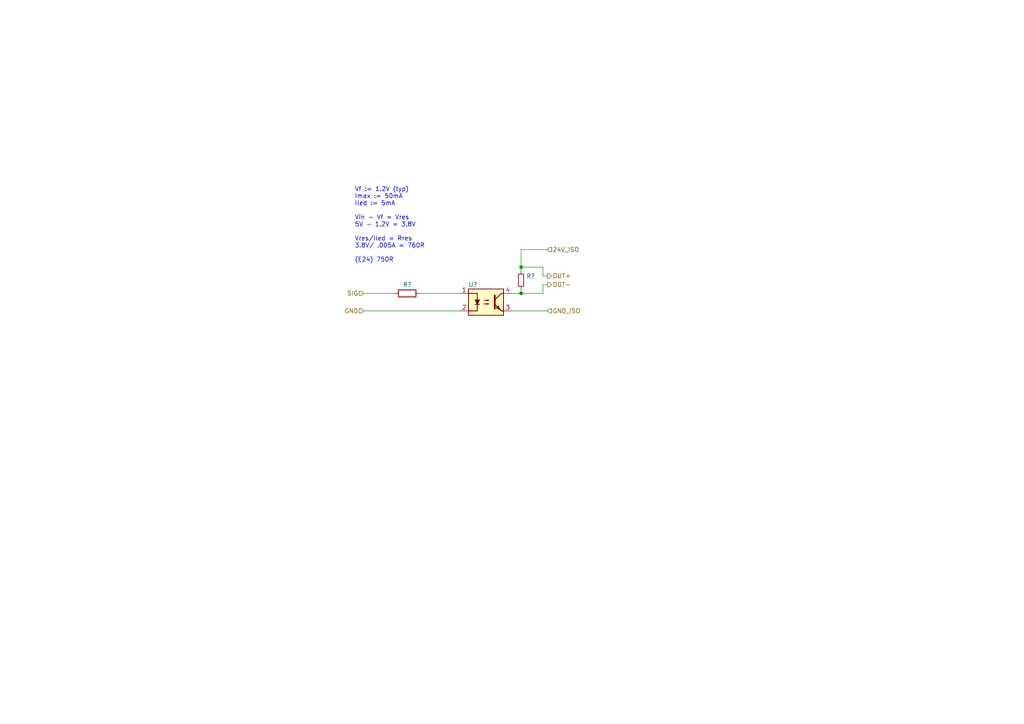
<source format=kicad_sch>
(kicad_sch (version 20211123) (generator eeschema)
  (paper "A4")
  (lib_symbols
    (symbol "Device:R" (pin_numbers hide) (pin_names (offset 0))
      (property "Reference" "R" (at 2.032 0 90))
      (property "Value" "R" (at 0 0 90))
      (symbol "R_0_1"
        (rectangle (start -1.016 -2.54) (end 1.016 2.54) (stroke (width 0.254)))
      )
      (symbol "R_1_1"
        (pin passive line (at 0 3.81 270) (length 1.27) (name "~") (number "1"))
        (pin passive line (at 0 -3.81 90) (length 1.27) (name "~") (number "2"))
      )
    )
    (symbol "Device:R_Small" (pin_numbers hide) (pin_names (offset 0.254) hide)
      (property "Reference" "R" (at 0.762 0.508 0))
      (property "Value" "R_Small" (at 0.762 -1.016 0))
      (symbol "R_Small_0_1"
        (rectangle (start -0.762 1.778) (end 0.762 -1.778) (stroke (width 0.2032)))
      )
      (symbol "R_Small_1_1"
        (pin passive line (at 0 2.54 270) (length 0.762) (name "~") (number "1"))
        (pin passive line (at 0 -2.54 90) (length 0.762) (name "~") (number "2"))
      )
    )
    (symbol "william_optoisolators:EL3H7-G" (pin_names (offset 1.016))
      (property "Reference" "U" (at -3.81 5.08 0))
      (property "Value" "EL3H7-G" (at -1.27 -5.08 0))
      (symbol "EL3H7-G_1_1"
        (rectangle (start -5.08 3.81) (end 5.08 -3.81) (stroke (width 0.254)) (fill (type background)))
        (polyline (pts (xy -3.175 -0.635) (xy -1.905 -0.635)) (stroke (width 0.254)))
        (polyline (pts (xy 2.54 1.905) (xy 2.54 -1.905) (xy 2.54 -1.905)) (stroke (width 0.508)))
        (polyline (pts (xy 5.08 -2.54) (xy 4.445 -2.54) (xy 2.54 -0.635)) (stroke (width 0.254)))
        (polyline (pts (xy 5.08 2.54) (xy 4.445 2.54) (xy 2.54 0.635)) (stroke (width 0.254)))
        (polyline (pts (xy -5.08 -2.54) (xy -2.54 -2.54) (xy -2.54 2.54) (xy -5.08 2.54)) (stroke (width 0.254)))
        (polyline (pts (xy -2.54 -0.635) (xy -3.175 0.635) (xy -1.905 0.635) (xy -2.54 -0.635)) (stroke (width 0.254)) (fill (type outline)))
        (polyline (pts (xy -0.508 -0.508) (xy 0.762 -0.508) (xy 0.381 -0.635) (xy 0.381 -0.381) (xy 0.762 -0.508)) (stroke (width 0.254)))
        (polyline (pts (xy -0.508 0.508) (xy 0.762 0.508) (xy 0.381 0.381) (xy 0.381 0.635) (xy 0.762 0.508)) (stroke (width 0.254)))
        (polyline (pts (xy 3.048 -1.651) (xy 3.556 -1.143) (xy 4.064 -2.159) (xy 3.048 -1.651) (xy 3.048 -1.651)) (stroke (width 0.254)) (fill (type outline)))
        (pin passive line (at -7.62 2.54 0) (length 2.54) (name "~") (number "1"))
        (pin passive line (at -7.62 -2.54 0) (length 2.54) (name "~") (number "2"))
        (pin passive line (at 7.62 -2.54 180) (length 2.54) (name "~") (number "3"))
        (pin passive line (at 7.62 2.54 180) (length 2.54) (name "~") (number "4"))
      )
    )
  )
  (junction (at 151.13 85.09))
  (junction (at 151.13 77.47))
  (wire (pts (xy 157.48 77.47) (xy 151.13 77.47)))
  (wire (pts (xy 151.13 77.47) (xy 151.13 78.74)))
  (wire (pts (xy 157.48 82.55) (xy 158.75 82.55)))
  (wire (pts (xy 157.48 80.01) (xy 157.48 77.47)))
  (wire (pts (xy 157.48 85.09) (xy 157.48 82.55)))
  (wire (pts (xy 151.13 72.39) (xy 158.75 72.39)))
  (wire (pts (xy 105.41 90.17) (xy 133.35 90.17)))
  (wire (pts (xy 151.13 83.82) (xy 151.13 85.09)))
  (wire (pts (xy 114.3 85.09) (xy 105.41 85.09)))
  (wire (pts (xy 121.92 85.09) (xy 133.35 85.09)))
  (wire (pts (xy 151.13 85.09) (xy 157.48 85.09)))
  (wire (pts (xy 148.59 90.17) (xy 158.75 90.17)))
  (wire (pts (xy 158.75 80.01) (xy 157.48 80.01)))
  (wire (pts (xy 151.13 72.39) (xy 151.13 77.47)))
  (wire (pts (xy 151.13 85.09) (xy 148.59 85.09)))
  (text "Vf := 1.2V (typ)\nImax := 50mA\nIled := 5mA\n\nVin - Vf = Vres\n5V - 1.2V = 3.8V\n\nVres/Iled = Rres\n3.8V/ .005A = 760R\n\n(E24) 750R" (at 102.87 76.2 0) (effects (font (size 1.27 1.27)) (justify left bottom)))
  (hierarchical_label "OUT+" (shape output) (at 158.75 80.01 0))
  (hierarchical_label "SIG" (shape input) (at 105.41 85.09 180))
  (hierarchical_label "OUT-" (shape output) (at 158.75 82.55 0))
  (hierarchical_label "24V_ISO" (shape input) (at 158.75 72.39 0))
  (hierarchical_label "GND" (shape input) (at 105.41 90.17 180))
  (hierarchical_label "GND_ISO" (shape input) (at 158.75 90.17 0))
  (symbol (lib_id "william_optoisolators:EL3H7-G") (at 140.97 87.63 0) (unit 1)
    (property "Reference" "U?" (at 137.16 82.55 0))
  )
  (symbol (lib_id "Device:R") (at 118.11 85.09 270) (unit 1)
    (property "Reference" "R?" (at 118.11 82.55 90))
  )
  (symbol (lib_id "Device:R_Small") (at 151.13 81.28 0) (unit 1)
    (property "Reference" "R?" (at 152.6286 80.1116 0) (effects (justify left)))
  )
)
</source>
